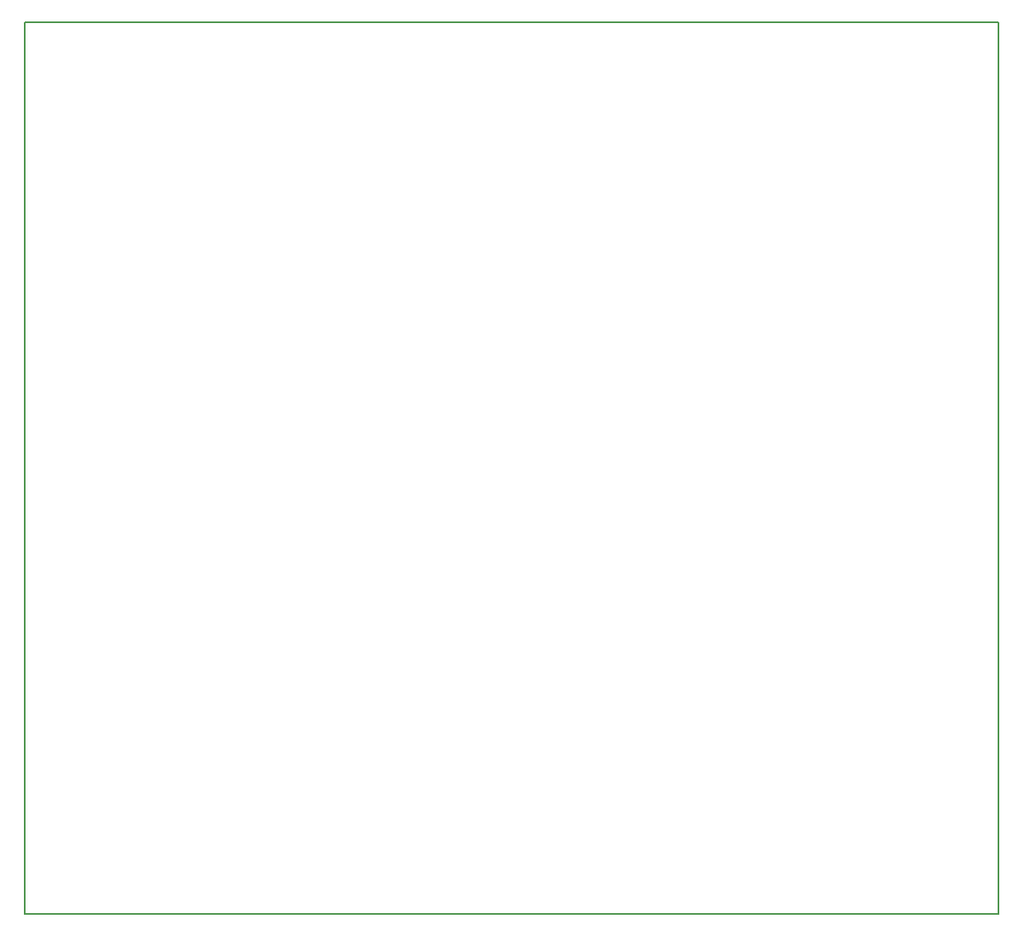
<source format=gko>
G04*
G04 #@! TF.GenerationSoftware,Altium Limited,Altium Designer,24.2.2 (26)*
G04*
G04 Layer_Color=16711935*
%FSLAX44Y44*%
%MOMM*%
G71*
G04*
G04 #@! TF.SameCoordinates,02CEA6E1-F361-457A-AF05-86797ADE389F*
G04*
G04*
G04 #@! TF.FilePolarity,Positive*
G04*
G01*
G75*
%ADD114C,0.1270*%
D114*
X0Y18000D02*
Y934000D01*
X1000000D01*
Y18000D02*
Y934000D01*
X0Y18000D02*
X1000000D01*
M02*

</source>
